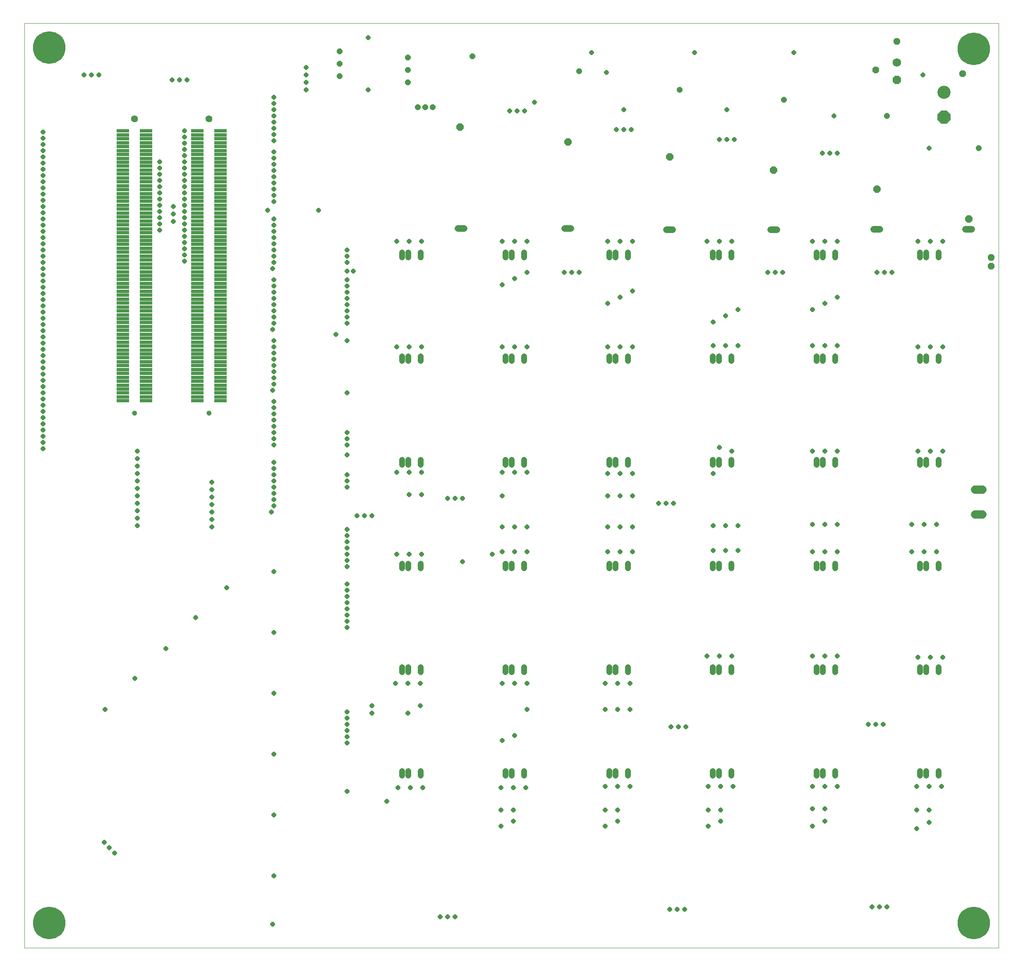
<source format=gbs>
G75*
%MOIN*%
%OFA0B0*%
%FSLAX25Y25*%
%IPPOS*%
%LPD*%
%AMOC8*
5,1,8,0,0,1.08239X$1,22.5*
%
%ADD10C,0.00000*%
%ADD11C,0.05378*%
%ADD12C,0.04528*%
%ADD13C,0.06578*%
%ADD14R,0.10236X0.02677*%
%ADD15C,0.03937*%
%ADD16C,0.05512*%
%ADD17C,0.10591*%
%ADD18OC8,0.10591*%
%ADD19OC8,0.06891*%
%ADD20C,0.06891*%
%ADD21OC8,0.03740*%
%ADD22OC8,0.05709*%
%ADD23OC8,0.05315*%
%ADD24OC8,0.04528*%
%ADD25C,0.26181*%
D10*
X0001800Y0001800D02*
X0001800Y0746548D01*
X0786879Y0746548D01*
X0786879Y0001800D01*
X0001800Y0001800D01*
X0088796Y0432540D02*
X0088798Y0432621D01*
X0088804Y0432703D01*
X0088814Y0432784D01*
X0088828Y0432864D01*
X0088845Y0432943D01*
X0088867Y0433022D01*
X0088892Y0433099D01*
X0088921Y0433176D01*
X0088954Y0433250D01*
X0088991Y0433323D01*
X0089030Y0433394D01*
X0089074Y0433463D01*
X0089120Y0433530D01*
X0089170Y0433594D01*
X0089223Y0433656D01*
X0089279Y0433716D01*
X0089337Y0433772D01*
X0089399Y0433826D01*
X0089463Y0433877D01*
X0089529Y0433924D01*
X0089597Y0433968D01*
X0089668Y0434009D01*
X0089740Y0434046D01*
X0089815Y0434080D01*
X0089890Y0434110D01*
X0089968Y0434136D01*
X0090046Y0434159D01*
X0090125Y0434177D01*
X0090205Y0434192D01*
X0090286Y0434203D01*
X0090367Y0434210D01*
X0090449Y0434213D01*
X0090530Y0434212D01*
X0090611Y0434207D01*
X0090692Y0434198D01*
X0090773Y0434185D01*
X0090853Y0434168D01*
X0090931Y0434148D01*
X0091009Y0434123D01*
X0091086Y0434095D01*
X0091161Y0434063D01*
X0091234Y0434028D01*
X0091305Y0433989D01*
X0091375Y0433946D01*
X0091442Y0433901D01*
X0091508Y0433852D01*
X0091570Y0433800D01*
X0091630Y0433744D01*
X0091687Y0433686D01*
X0091742Y0433626D01*
X0091793Y0433562D01*
X0091841Y0433497D01*
X0091886Y0433429D01*
X0091928Y0433359D01*
X0091966Y0433287D01*
X0092001Y0433213D01*
X0092032Y0433138D01*
X0092059Y0433061D01*
X0092082Y0432983D01*
X0092102Y0432904D01*
X0092118Y0432824D01*
X0092130Y0432743D01*
X0092138Y0432662D01*
X0092142Y0432581D01*
X0092142Y0432499D01*
X0092138Y0432418D01*
X0092130Y0432337D01*
X0092118Y0432256D01*
X0092102Y0432176D01*
X0092082Y0432097D01*
X0092059Y0432019D01*
X0092032Y0431942D01*
X0092001Y0431867D01*
X0091966Y0431793D01*
X0091928Y0431721D01*
X0091886Y0431651D01*
X0091841Y0431583D01*
X0091793Y0431518D01*
X0091742Y0431454D01*
X0091687Y0431394D01*
X0091630Y0431336D01*
X0091570Y0431280D01*
X0091508Y0431228D01*
X0091442Y0431179D01*
X0091375Y0431134D01*
X0091306Y0431091D01*
X0091234Y0431052D01*
X0091161Y0431017D01*
X0091086Y0430985D01*
X0091009Y0430957D01*
X0090931Y0430932D01*
X0090853Y0430912D01*
X0090773Y0430895D01*
X0090692Y0430882D01*
X0090611Y0430873D01*
X0090530Y0430868D01*
X0090449Y0430867D01*
X0090367Y0430870D01*
X0090286Y0430877D01*
X0090205Y0430888D01*
X0090125Y0430903D01*
X0090046Y0430921D01*
X0089968Y0430944D01*
X0089890Y0430970D01*
X0089815Y0431000D01*
X0089740Y0431034D01*
X0089668Y0431071D01*
X0089597Y0431112D01*
X0089529Y0431156D01*
X0089463Y0431203D01*
X0089399Y0431254D01*
X0089337Y0431308D01*
X0089279Y0431364D01*
X0089223Y0431424D01*
X0089170Y0431486D01*
X0089120Y0431550D01*
X0089074Y0431617D01*
X0089030Y0431686D01*
X0088991Y0431757D01*
X0088954Y0431830D01*
X0088921Y0431904D01*
X0088892Y0431981D01*
X0088867Y0432058D01*
X0088845Y0432137D01*
X0088828Y0432216D01*
X0088814Y0432296D01*
X0088804Y0432377D01*
X0088798Y0432459D01*
X0088796Y0432540D01*
X0148796Y0432540D02*
X0148798Y0432621D01*
X0148804Y0432703D01*
X0148814Y0432784D01*
X0148828Y0432864D01*
X0148845Y0432943D01*
X0148867Y0433022D01*
X0148892Y0433099D01*
X0148921Y0433176D01*
X0148954Y0433250D01*
X0148991Y0433323D01*
X0149030Y0433394D01*
X0149074Y0433463D01*
X0149120Y0433530D01*
X0149170Y0433594D01*
X0149223Y0433656D01*
X0149279Y0433716D01*
X0149337Y0433772D01*
X0149399Y0433826D01*
X0149463Y0433877D01*
X0149529Y0433924D01*
X0149597Y0433968D01*
X0149668Y0434009D01*
X0149740Y0434046D01*
X0149815Y0434080D01*
X0149890Y0434110D01*
X0149968Y0434136D01*
X0150046Y0434159D01*
X0150125Y0434177D01*
X0150205Y0434192D01*
X0150286Y0434203D01*
X0150367Y0434210D01*
X0150449Y0434213D01*
X0150530Y0434212D01*
X0150611Y0434207D01*
X0150692Y0434198D01*
X0150773Y0434185D01*
X0150853Y0434168D01*
X0150931Y0434148D01*
X0151009Y0434123D01*
X0151086Y0434095D01*
X0151161Y0434063D01*
X0151234Y0434028D01*
X0151305Y0433989D01*
X0151375Y0433946D01*
X0151442Y0433901D01*
X0151508Y0433852D01*
X0151570Y0433800D01*
X0151630Y0433744D01*
X0151687Y0433686D01*
X0151742Y0433626D01*
X0151793Y0433562D01*
X0151841Y0433497D01*
X0151886Y0433429D01*
X0151928Y0433359D01*
X0151966Y0433287D01*
X0152001Y0433213D01*
X0152032Y0433138D01*
X0152059Y0433061D01*
X0152082Y0432983D01*
X0152102Y0432904D01*
X0152118Y0432824D01*
X0152130Y0432743D01*
X0152138Y0432662D01*
X0152142Y0432581D01*
X0152142Y0432499D01*
X0152138Y0432418D01*
X0152130Y0432337D01*
X0152118Y0432256D01*
X0152102Y0432176D01*
X0152082Y0432097D01*
X0152059Y0432019D01*
X0152032Y0431942D01*
X0152001Y0431867D01*
X0151966Y0431793D01*
X0151928Y0431721D01*
X0151886Y0431651D01*
X0151841Y0431583D01*
X0151793Y0431518D01*
X0151742Y0431454D01*
X0151687Y0431394D01*
X0151630Y0431336D01*
X0151570Y0431280D01*
X0151508Y0431228D01*
X0151442Y0431179D01*
X0151375Y0431134D01*
X0151306Y0431091D01*
X0151234Y0431052D01*
X0151161Y0431017D01*
X0151086Y0430985D01*
X0151009Y0430957D01*
X0150931Y0430932D01*
X0150853Y0430912D01*
X0150773Y0430895D01*
X0150692Y0430882D01*
X0150611Y0430873D01*
X0150530Y0430868D01*
X0150449Y0430867D01*
X0150367Y0430870D01*
X0150286Y0430877D01*
X0150205Y0430888D01*
X0150125Y0430903D01*
X0150046Y0430921D01*
X0149968Y0430944D01*
X0149890Y0430970D01*
X0149815Y0431000D01*
X0149740Y0431034D01*
X0149668Y0431071D01*
X0149597Y0431112D01*
X0149529Y0431156D01*
X0149463Y0431203D01*
X0149399Y0431254D01*
X0149337Y0431308D01*
X0149279Y0431364D01*
X0149223Y0431424D01*
X0149170Y0431486D01*
X0149120Y0431550D01*
X0149074Y0431617D01*
X0149030Y0431686D01*
X0148991Y0431757D01*
X0148954Y0431830D01*
X0148921Y0431904D01*
X0148892Y0431981D01*
X0148867Y0432058D01*
X0148845Y0432137D01*
X0148828Y0432216D01*
X0148814Y0432296D01*
X0148804Y0432377D01*
X0148798Y0432459D01*
X0148796Y0432540D01*
X0148008Y0669548D02*
X0148010Y0669647D01*
X0148016Y0669746D01*
X0148026Y0669845D01*
X0148040Y0669943D01*
X0148058Y0670040D01*
X0148080Y0670137D01*
X0148105Y0670233D01*
X0148135Y0670327D01*
X0148168Y0670421D01*
X0148205Y0670513D01*
X0148246Y0670603D01*
X0148290Y0670692D01*
X0148338Y0670778D01*
X0148389Y0670863D01*
X0148444Y0670946D01*
X0148502Y0671026D01*
X0148563Y0671104D01*
X0148627Y0671180D01*
X0148694Y0671253D01*
X0148764Y0671323D01*
X0148837Y0671390D01*
X0148913Y0671454D01*
X0148991Y0671515D01*
X0149071Y0671573D01*
X0149154Y0671628D01*
X0149238Y0671679D01*
X0149325Y0671727D01*
X0149414Y0671771D01*
X0149504Y0671812D01*
X0149596Y0671849D01*
X0149690Y0671882D01*
X0149784Y0671912D01*
X0149880Y0671937D01*
X0149977Y0671959D01*
X0150074Y0671977D01*
X0150172Y0671991D01*
X0150271Y0672001D01*
X0150370Y0672007D01*
X0150469Y0672009D01*
X0150568Y0672007D01*
X0150667Y0672001D01*
X0150766Y0671991D01*
X0150864Y0671977D01*
X0150961Y0671959D01*
X0151058Y0671937D01*
X0151154Y0671912D01*
X0151248Y0671882D01*
X0151342Y0671849D01*
X0151434Y0671812D01*
X0151524Y0671771D01*
X0151613Y0671727D01*
X0151699Y0671679D01*
X0151784Y0671628D01*
X0151867Y0671573D01*
X0151947Y0671515D01*
X0152025Y0671454D01*
X0152101Y0671390D01*
X0152174Y0671323D01*
X0152244Y0671253D01*
X0152311Y0671180D01*
X0152375Y0671104D01*
X0152436Y0671026D01*
X0152494Y0670946D01*
X0152549Y0670863D01*
X0152600Y0670779D01*
X0152648Y0670692D01*
X0152692Y0670603D01*
X0152733Y0670513D01*
X0152770Y0670421D01*
X0152803Y0670327D01*
X0152833Y0670233D01*
X0152858Y0670137D01*
X0152880Y0670040D01*
X0152898Y0669943D01*
X0152912Y0669845D01*
X0152922Y0669746D01*
X0152928Y0669647D01*
X0152930Y0669548D01*
X0152928Y0669449D01*
X0152922Y0669350D01*
X0152912Y0669251D01*
X0152898Y0669153D01*
X0152880Y0669056D01*
X0152858Y0668959D01*
X0152833Y0668863D01*
X0152803Y0668769D01*
X0152770Y0668675D01*
X0152733Y0668583D01*
X0152692Y0668493D01*
X0152648Y0668404D01*
X0152600Y0668318D01*
X0152549Y0668233D01*
X0152494Y0668150D01*
X0152436Y0668070D01*
X0152375Y0667992D01*
X0152311Y0667916D01*
X0152244Y0667843D01*
X0152174Y0667773D01*
X0152101Y0667706D01*
X0152025Y0667642D01*
X0151947Y0667581D01*
X0151867Y0667523D01*
X0151784Y0667468D01*
X0151700Y0667417D01*
X0151613Y0667369D01*
X0151524Y0667325D01*
X0151434Y0667284D01*
X0151342Y0667247D01*
X0151248Y0667214D01*
X0151154Y0667184D01*
X0151058Y0667159D01*
X0150961Y0667137D01*
X0150864Y0667119D01*
X0150766Y0667105D01*
X0150667Y0667095D01*
X0150568Y0667089D01*
X0150469Y0667087D01*
X0150370Y0667089D01*
X0150271Y0667095D01*
X0150172Y0667105D01*
X0150074Y0667119D01*
X0149977Y0667137D01*
X0149880Y0667159D01*
X0149784Y0667184D01*
X0149690Y0667214D01*
X0149596Y0667247D01*
X0149504Y0667284D01*
X0149414Y0667325D01*
X0149325Y0667369D01*
X0149239Y0667417D01*
X0149154Y0667468D01*
X0149071Y0667523D01*
X0148991Y0667581D01*
X0148913Y0667642D01*
X0148837Y0667706D01*
X0148764Y0667773D01*
X0148694Y0667843D01*
X0148627Y0667916D01*
X0148563Y0667992D01*
X0148502Y0668070D01*
X0148444Y0668150D01*
X0148389Y0668233D01*
X0148338Y0668317D01*
X0148290Y0668404D01*
X0148246Y0668493D01*
X0148205Y0668583D01*
X0148168Y0668675D01*
X0148135Y0668769D01*
X0148105Y0668863D01*
X0148080Y0668959D01*
X0148058Y0669056D01*
X0148040Y0669153D01*
X0148026Y0669251D01*
X0148016Y0669350D01*
X0148010Y0669449D01*
X0148008Y0669548D01*
X0088008Y0669548D02*
X0088010Y0669647D01*
X0088016Y0669746D01*
X0088026Y0669845D01*
X0088040Y0669943D01*
X0088058Y0670040D01*
X0088080Y0670137D01*
X0088105Y0670233D01*
X0088135Y0670327D01*
X0088168Y0670421D01*
X0088205Y0670513D01*
X0088246Y0670603D01*
X0088290Y0670692D01*
X0088338Y0670778D01*
X0088389Y0670863D01*
X0088444Y0670946D01*
X0088502Y0671026D01*
X0088563Y0671104D01*
X0088627Y0671180D01*
X0088694Y0671253D01*
X0088764Y0671323D01*
X0088837Y0671390D01*
X0088913Y0671454D01*
X0088991Y0671515D01*
X0089071Y0671573D01*
X0089154Y0671628D01*
X0089238Y0671679D01*
X0089325Y0671727D01*
X0089414Y0671771D01*
X0089504Y0671812D01*
X0089596Y0671849D01*
X0089690Y0671882D01*
X0089784Y0671912D01*
X0089880Y0671937D01*
X0089977Y0671959D01*
X0090074Y0671977D01*
X0090172Y0671991D01*
X0090271Y0672001D01*
X0090370Y0672007D01*
X0090469Y0672009D01*
X0090568Y0672007D01*
X0090667Y0672001D01*
X0090766Y0671991D01*
X0090864Y0671977D01*
X0090961Y0671959D01*
X0091058Y0671937D01*
X0091154Y0671912D01*
X0091248Y0671882D01*
X0091342Y0671849D01*
X0091434Y0671812D01*
X0091524Y0671771D01*
X0091613Y0671727D01*
X0091699Y0671679D01*
X0091784Y0671628D01*
X0091867Y0671573D01*
X0091947Y0671515D01*
X0092025Y0671454D01*
X0092101Y0671390D01*
X0092174Y0671323D01*
X0092244Y0671253D01*
X0092311Y0671180D01*
X0092375Y0671104D01*
X0092436Y0671026D01*
X0092494Y0670946D01*
X0092549Y0670863D01*
X0092600Y0670779D01*
X0092648Y0670692D01*
X0092692Y0670603D01*
X0092733Y0670513D01*
X0092770Y0670421D01*
X0092803Y0670327D01*
X0092833Y0670233D01*
X0092858Y0670137D01*
X0092880Y0670040D01*
X0092898Y0669943D01*
X0092912Y0669845D01*
X0092922Y0669746D01*
X0092928Y0669647D01*
X0092930Y0669548D01*
X0092928Y0669449D01*
X0092922Y0669350D01*
X0092912Y0669251D01*
X0092898Y0669153D01*
X0092880Y0669056D01*
X0092858Y0668959D01*
X0092833Y0668863D01*
X0092803Y0668769D01*
X0092770Y0668675D01*
X0092733Y0668583D01*
X0092692Y0668493D01*
X0092648Y0668404D01*
X0092600Y0668318D01*
X0092549Y0668233D01*
X0092494Y0668150D01*
X0092436Y0668070D01*
X0092375Y0667992D01*
X0092311Y0667916D01*
X0092244Y0667843D01*
X0092174Y0667773D01*
X0092101Y0667706D01*
X0092025Y0667642D01*
X0091947Y0667581D01*
X0091867Y0667523D01*
X0091784Y0667468D01*
X0091700Y0667417D01*
X0091613Y0667369D01*
X0091524Y0667325D01*
X0091434Y0667284D01*
X0091342Y0667247D01*
X0091248Y0667214D01*
X0091154Y0667184D01*
X0091058Y0667159D01*
X0090961Y0667137D01*
X0090864Y0667119D01*
X0090766Y0667105D01*
X0090667Y0667095D01*
X0090568Y0667089D01*
X0090469Y0667087D01*
X0090370Y0667089D01*
X0090271Y0667095D01*
X0090172Y0667105D01*
X0090074Y0667119D01*
X0089977Y0667137D01*
X0089880Y0667159D01*
X0089784Y0667184D01*
X0089690Y0667214D01*
X0089596Y0667247D01*
X0089504Y0667284D01*
X0089414Y0667325D01*
X0089325Y0667369D01*
X0089239Y0667417D01*
X0089154Y0667468D01*
X0089071Y0667523D01*
X0088991Y0667581D01*
X0088913Y0667642D01*
X0088837Y0667706D01*
X0088764Y0667773D01*
X0088694Y0667843D01*
X0088627Y0667916D01*
X0088563Y0667992D01*
X0088502Y0668070D01*
X0088444Y0668150D01*
X0088389Y0668233D01*
X0088338Y0668317D01*
X0088290Y0668404D01*
X0088246Y0668493D01*
X0088205Y0668583D01*
X0088168Y0668675D01*
X0088135Y0668769D01*
X0088105Y0668863D01*
X0088080Y0668959D01*
X0088058Y0669056D01*
X0088040Y0669153D01*
X0088026Y0669251D01*
X0088016Y0669350D01*
X0088010Y0669449D01*
X0088008Y0669548D01*
D11*
X0351249Y0581115D02*
X0356036Y0581115D01*
X0437249Y0581115D02*
X0442036Y0581115D01*
X0519249Y0580115D02*
X0524036Y0580115D01*
X0603249Y0580115D02*
X0608036Y0580115D01*
X0686241Y0580414D02*
X0691028Y0580414D01*
X0760241Y0580414D02*
X0765028Y0580414D01*
D12*
X0738599Y0561824D02*
X0738599Y0557887D01*
X0728599Y0557887D02*
X0728599Y0561824D01*
X0723599Y0561824D02*
X0723599Y0557887D01*
X0655095Y0557887D02*
X0655095Y0561824D01*
X0645095Y0561824D02*
X0645095Y0557887D01*
X0640095Y0557887D02*
X0640095Y0561824D01*
X0571591Y0561824D02*
X0571591Y0557887D01*
X0561591Y0557887D02*
X0561591Y0561824D01*
X0556591Y0561824D02*
X0556591Y0557887D01*
X0488087Y0557887D02*
X0488087Y0561824D01*
X0478087Y0561824D02*
X0478087Y0557887D01*
X0473087Y0557887D02*
X0473087Y0561824D01*
X0404583Y0561824D02*
X0404583Y0557887D01*
X0394583Y0557887D02*
X0394583Y0561824D01*
X0389583Y0561824D02*
X0389583Y0557887D01*
X0321080Y0557887D02*
X0321080Y0561824D01*
X0311080Y0561824D02*
X0311080Y0557887D01*
X0306080Y0557887D02*
X0306080Y0561824D01*
X0306080Y0478320D02*
X0306080Y0474383D01*
X0311080Y0474383D02*
X0311080Y0478320D01*
X0321080Y0478320D02*
X0321080Y0474383D01*
X0389583Y0474383D02*
X0389583Y0478320D01*
X0394583Y0478320D02*
X0394583Y0474383D01*
X0404583Y0474383D02*
X0404583Y0478320D01*
X0473087Y0478320D02*
X0473087Y0474383D01*
X0478087Y0474383D02*
X0478087Y0478320D01*
X0488087Y0478320D02*
X0488087Y0474383D01*
X0556591Y0474383D02*
X0556591Y0478320D01*
X0561591Y0478320D02*
X0561591Y0474383D01*
X0571591Y0474383D02*
X0571591Y0478320D01*
X0640095Y0478320D02*
X0640095Y0474383D01*
X0645095Y0474383D02*
X0645095Y0478320D01*
X0655095Y0478320D02*
X0655095Y0474383D01*
X0723599Y0474383D02*
X0723599Y0478320D01*
X0728599Y0478320D02*
X0728599Y0474383D01*
X0738599Y0474383D02*
X0738599Y0478320D01*
X0738599Y0394816D02*
X0738599Y0390879D01*
X0728599Y0390879D02*
X0728599Y0394816D01*
X0723599Y0394816D02*
X0723599Y0390879D01*
X0655095Y0390879D02*
X0655095Y0394816D01*
X0645095Y0394816D02*
X0645095Y0390879D01*
X0640095Y0390879D02*
X0640095Y0394816D01*
X0571591Y0394816D02*
X0571591Y0390879D01*
X0561591Y0390879D02*
X0561591Y0394816D01*
X0556591Y0394816D02*
X0556591Y0390879D01*
X0488087Y0390879D02*
X0488087Y0394816D01*
X0478087Y0394816D02*
X0478087Y0390879D01*
X0473087Y0390879D02*
X0473087Y0394816D01*
X0404583Y0394816D02*
X0404583Y0390879D01*
X0394583Y0390879D02*
X0394583Y0394816D01*
X0389583Y0394816D02*
X0389583Y0390879D01*
X0321080Y0390879D02*
X0321080Y0394816D01*
X0311080Y0394816D02*
X0311080Y0390879D01*
X0306080Y0390879D02*
X0306080Y0394816D01*
X0306080Y0311312D02*
X0306080Y0307375D01*
X0311080Y0307375D02*
X0311080Y0311312D01*
X0321080Y0311312D02*
X0321080Y0307375D01*
X0389583Y0307375D02*
X0389583Y0311312D01*
X0394583Y0311312D02*
X0394583Y0307375D01*
X0404583Y0307375D02*
X0404583Y0311312D01*
X0473087Y0311312D02*
X0473087Y0307375D01*
X0478087Y0307375D02*
X0478087Y0311312D01*
X0488087Y0311312D02*
X0488087Y0307375D01*
X0556591Y0307375D02*
X0556591Y0311312D01*
X0561591Y0311312D02*
X0561591Y0307375D01*
X0571591Y0307375D02*
X0571591Y0311312D01*
X0640095Y0311312D02*
X0640095Y0307375D01*
X0645095Y0307375D02*
X0645095Y0311312D01*
X0655095Y0311312D02*
X0655095Y0307375D01*
X0723599Y0307375D02*
X0723599Y0311312D01*
X0728599Y0311312D02*
X0728599Y0307375D01*
X0738599Y0307375D02*
X0738599Y0311312D01*
X0738599Y0227808D02*
X0738599Y0223871D01*
X0728599Y0223871D02*
X0728599Y0227808D01*
X0723599Y0227808D02*
X0723599Y0223871D01*
X0655095Y0223871D02*
X0655095Y0227808D01*
X0645095Y0227808D02*
X0645095Y0223871D01*
X0640095Y0223871D02*
X0640095Y0227808D01*
X0571591Y0227808D02*
X0571591Y0223871D01*
X0561591Y0223871D02*
X0561591Y0227808D01*
X0556591Y0227808D02*
X0556591Y0223871D01*
X0488087Y0223871D02*
X0488087Y0227808D01*
X0478087Y0227808D02*
X0478087Y0223871D01*
X0473087Y0223871D02*
X0473087Y0227808D01*
X0404583Y0227808D02*
X0404583Y0223871D01*
X0394583Y0223871D02*
X0394583Y0227808D01*
X0389583Y0227808D02*
X0389583Y0223871D01*
X0321080Y0223871D02*
X0321080Y0227808D01*
X0311080Y0227808D02*
X0311080Y0223871D01*
X0306080Y0223871D02*
X0306080Y0227808D01*
X0306080Y0144304D02*
X0306080Y0140367D01*
X0311080Y0140367D02*
X0311080Y0144304D01*
X0321080Y0144304D02*
X0321080Y0140367D01*
X0389583Y0140367D02*
X0389583Y0144304D01*
X0394583Y0144304D02*
X0394583Y0140367D01*
X0404583Y0140367D02*
X0404583Y0144304D01*
X0473087Y0144304D02*
X0473087Y0140367D01*
X0478087Y0140367D02*
X0478087Y0144304D01*
X0488087Y0144304D02*
X0488087Y0140367D01*
X0556591Y0140367D02*
X0556591Y0144304D01*
X0561591Y0144304D02*
X0561591Y0140367D01*
X0571591Y0140367D02*
X0571591Y0144304D01*
X0640095Y0144304D02*
X0640095Y0140367D01*
X0645095Y0140367D02*
X0645095Y0144304D01*
X0655095Y0144304D02*
X0655095Y0140367D01*
X0723599Y0140367D02*
X0723599Y0144304D01*
X0728599Y0144304D02*
X0728599Y0140367D01*
X0738599Y0140367D02*
X0738599Y0144304D01*
D13*
X0767806Y0350900D02*
X0773794Y0350900D01*
X0773794Y0370700D02*
X0767806Y0370700D01*
D14*
X0159918Y0442383D03*
X0159918Y0445532D03*
X0159918Y0448682D03*
X0159918Y0451831D03*
X0159918Y0454981D03*
X0159918Y0458131D03*
X0159918Y0461280D03*
X0159918Y0464430D03*
X0159918Y0467580D03*
X0159918Y0470729D03*
X0159918Y0473879D03*
X0159918Y0477028D03*
X0159918Y0480178D03*
X0159918Y0483328D03*
X0159918Y0486477D03*
X0159918Y0489627D03*
X0159918Y0492776D03*
X0159918Y0495926D03*
X0159918Y0499076D03*
X0159918Y0502225D03*
X0159918Y0505375D03*
X0159918Y0508524D03*
X0159918Y0511674D03*
X0159918Y0514824D03*
X0159918Y0517973D03*
X0159918Y0521123D03*
X0159918Y0524272D03*
X0159918Y0527422D03*
X0159918Y0530572D03*
X0159918Y0533721D03*
X0159918Y0536871D03*
X0159918Y0540020D03*
X0159918Y0543170D03*
X0159918Y0546320D03*
X0159918Y0549469D03*
X0159918Y0552619D03*
X0159918Y0555769D03*
X0159918Y0558918D03*
X0159918Y0562068D03*
X0159918Y0565217D03*
X0159918Y0568367D03*
X0159918Y0571517D03*
X0159918Y0574666D03*
X0159918Y0577816D03*
X0159918Y0580965D03*
X0159918Y0584115D03*
X0159918Y0587265D03*
X0159918Y0590414D03*
X0159918Y0593564D03*
X0159918Y0596713D03*
X0159918Y0599863D03*
X0159918Y0603013D03*
X0159918Y0606162D03*
X0159918Y0609312D03*
X0159918Y0612461D03*
X0159918Y0615611D03*
X0159918Y0618761D03*
X0159918Y0621910D03*
X0159918Y0625060D03*
X0159918Y0628209D03*
X0159918Y0631359D03*
X0159918Y0634509D03*
X0159918Y0637658D03*
X0159918Y0640808D03*
X0159918Y0643957D03*
X0159918Y0647107D03*
X0159918Y0650257D03*
X0159918Y0653406D03*
X0159918Y0656556D03*
X0159918Y0659706D03*
X0141020Y0659706D03*
X0141020Y0656556D03*
X0141020Y0653406D03*
X0141020Y0650257D03*
X0141020Y0647107D03*
X0141020Y0643957D03*
X0141020Y0640808D03*
X0141020Y0637658D03*
X0141020Y0634509D03*
X0141020Y0631359D03*
X0141020Y0628209D03*
X0141020Y0625060D03*
X0141020Y0621910D03*
X0141020Y0618761D03*
X0141020Y0615611D03*
X0141020Y0612461D03*
X0141020Y0609312D03*
X0141020Y0606162D03*
X0141020Y0603013D03*
X0141020Y0599863D03*
X0141020Y0596713D03*
X0141020Y0593564D03*
X0141020Y0590414D03*
X0141020Y0587265D03*
X0141020Y0584115D03*
X0141020Y0580965D03*
X0141020Y0577816D03*
X0141020Y0574666D03*
X0141020Y0571517D03*
X0141020Y0568367D03*
X0141020Y0565217D03*
X0141020Y0562068D03*
X0141020Y0558918D03*
X0141020Y0555769D03*
X0141020Y0552619D03*
X0141020Y0549469D03*
X0141020Y0546320D03*
X0141020Y0543170D03*
X0141020Y0540020D03*
X0141020Y0536871D03*
X0141020Y0533721D03*
X0141020Y0530572D03*
X0141020Y0527422D03*
X0141020Y0524272D03*
X0141020Y0521123D03*
X0141020Y0517973D03*
X0141020Y0514824D03*
X0141020Y0511674D03*
X0141020Y0508524D03*
X0141020Y0505375D03*
X0141020Y0502225D03*
X0141020Y0499076D03*
X0141020Y0495926D03*
X0141020Y0492776D03*
X0141020Y0489627D03*
X0141020Y0486477D03*
X0141020Y0483328D03*
X0141020Y0480178D03*
X0141020Y0477028D03*
X0141020Y0473879D03*
X0141020Y0470729D03*
X0141020Y0467580D03*
X0141020Y0464430D03*
X0141020Y0461280D03*
X0141020Y0458131D03*
X0141020Y0454981D03*
X0141020Y0451831D03*
X0141020Y0448682D03*
X0141020Y0445532D03*
X0141020Y0442383D03*
X0099918Y0442383D03*
X0099918Y0445532D03*
X0099918Y0448682D03*
X0099918Y0451831D03*
X0099918Y0454981D03*
X0099918Y0458131D03*
X0099918Y0461280D03*
X0099918Y0464430D03*
X0099918Y0467580D03*
X0099918Y0470729D03*
X0099918Y0473879D03*
X0099918Y0477028D03*
X0099918Y0480178D03*
X0099918Y0483328D03*
X0099918Y0486477D03*
X0099918Y0489627D03*
X0099918Y0492776D03*
X0099918Y0495926D03*
X0099918Y0499076D03*
X0099918Y0502225D03*
X0099918Y0505375D03*
X0099918Y0508524D03*
X0099918Y0511674D03*
X0099918Y0514824D03*
X0099918Y0517973D03*
X0099918Y0521123D03*
X0099918Y0524272D03*
X0099918Y0527422D03*
X0099918Y0530572D03*
X0099918Y0533721D03*
X0099918Y0536871D03*
X0099918Y0540020D03*
X0099918Y0543170D03*
X0099918Y0546320D03*
X0099918Y0549469D03*
X0099918Y0552619D03*
X0099918Y0555769D03*
X0099918Y0558918D03*
X0099918Y0562068D03*
X0099918Y0565217D03*
X0099918Y0568367D03*
X0099918Y0571517D03*
X0099918Y0574666D03*
X0099918Y0577816D03*
X0099918Y0580965D03*
X0099918Y0584115D03*
X0099918Y0587265D03*
X0099918Y0590414D03*
X0099918Y0593564D03*
X0099918Y0596713D03*
X0099918Y0599863D03*
X0099918Y0603013D03*
X0099918Y0606162D03*
X0099918Y0609312D03*
X0099918Y0612461D03*
X0099918Y0615611D03*
X0099918Y0618761D03*
X0099918Y0621910D03*
X0099918Y0625060D03*
X0099918Y0628209D03*
X0099918Y0631359D03*
X0099918Y0634509D03*
X0099918Y0637658D03*
X0099918Y0640808D03*
X0099918Y0643957D03*
X0099918Y0647107D03*
X0099918Y0650257D03*
X0099918Y0653406D03*
X0099918Y0656556D03*
X0099918Y0659706D03*
X0081020Y0659706D03*
X0081020Y0656556D03*
X0081020Y0653406D03*
X0081020Y0650257D03*
X0081020Y0647107D03*
X0081020Y0643957D03*
X0081020Y0640808D03*
X0081020Y0637658D03*
X0081020Y0634509D03*
X0081020Y0631359D03*
X0081020Y0628209D03*
X0081020Y0625060D03*
X0081020Y0621910D03*
X0081020Y0618761D03*
X0081020Y0615611D03*
X0081020Y0612461D03*
X0081020Y0609312D03*
X0081020Y0606162D03*
X0081020Y0603013D03*
X0081020Y0599863D03*
X0081020Y0596713D03*
X0081020Y0593564D03*
X0081020Y0590414D03*
X0081020Y0587265D03*
X0081020Y0584115D03*
X0081020Y0580965D03*
X0081020Y0577816D03*
X0081020Y0574666D03*
X0081020Y0571517D03*
X0081020Y0568367D03*
X0081020Y0565217D03*
X0081020Y0562068D03*
X0081020Y0558918D03*
X0081020Y0555769D03*
X0081020Y0552619D03*
X0081020Y0549469D03*
X0081020Y0546320D03*
X0081020Y0543170D03*
X0081020Y0540020D03*
X0081020Y0536871D03*
X0081020Y0533721D03*
X0081020Y0530572D03*
X0081020Y0527422D03*
X0081020Y0524272D03*
X0081020Y0521123D03*
X0081020Y0517973D03*
X0081020Y0514824D03*
X0081020Y0511674D03*
X0081020Y0508524D03*
X0081020Y0505375D03*
X0081020Y0502225D03*
X0081020Y0499076D03*
X0081020Y0495926D03*
X0081020Y0492776D03*
X0081020Y0489627D03*
X0081020Y0486477D03*
X0081020Y0483328D03*
X0081020Y0480178D03*
X0081020Y0477028D03*
X0081020Y0473879D03*
X0081020Y0470729D03*
X0081020Y0467580D03*
X0081020Y0464430D03*
X0081020Y0461280D03*
X0081020Y0458131D03*
X0081020Y0454981D03*
X0081020Y0451831D03*
X0081020Y0448682D03*
X0081020Y0445532D03*
X0081020Y0442383D03*
D15*
X0090469Y0432540D03*
X0150469Y0432540D03*
D16*
X0150469Y0669548D03*
X0090469Y0669548D03*
D17*
X0742800Y0690800D03*
D18*
X0742800Y0670800D03*
D19*
X0704800Y0700800D03*
D20*
X0704800Y0714800D03*
D21*
X0725800Y0704800D03*
X0730800Y0645800D03*
X0656800Y0641800D03*
X0650800Y0641800D03*
X0644800Y0641800D03*
X0654300Y0671800D03*
X0621800Y0722800D03*
X0567800Y0676800D03*
X0567800Y0652800D03*
X0573800Y0652800D03*
X0561800Y0652800D03*
X0490800Y0660800D03*
X0484800Y0660800D03*
X0478800Y0660800D03*
X0484800Y0676800D03*
X0470800Y0706800D03*
X0458800Y0722800D03*
X0412800Y0682800D03*
X0404800Y0675800D03*
X0398800Y0675800D03*
X0392800Y0675800D03*
X0396800Y0570800D03*
X0386800Y0570800D03*
X0406800Y0570800D03*
X0406800Y0545800D03*
X0396800Y0540800D03*
X0386800Y0535800D03*
X0386800Y0485800D03*
X0396800Y0485800D03*
X0406800Y0485800D03*
X0471800Y0485800D03*
X0481800Y0485800D03*
X0491800Y0485800D03*
X0471800Y0520800D03*
X0481800Y0525800D03*
X0491800Y0530800D03*
X0491800Y0570800D03*
X0481800Y0570800D03*
X0471800Y0570800D03*
X0448800Y0545800D03*
X0442800Y0545800D03*
X0436800Y0545800D03*
X0551800Y0570800D03*
X0561800Y0570800D03*
X0571800Y0570800D03*
X0600800Y0545800D03*
X0606800Y0545800D03*
X0612800Y0545800D03*
X0636800Y0570800D03*
X0646800Y0570800D03*
X0656800Y0570800D03*
X0688800Y0545800D03*
X0694800Y0545800D03*
X0700800Y0545800D03*
X0721800Y0570800D03*
X0731800Y0570800D03*
X0741800Y0570800D03*
X0741800Y0485800D03*
X0731800Y0485800D03*
X0721800Y0485800D03*
X0656800Y0486800D03*
X0646800Y0486800D03*
X0636800Y0486800D03*
X0636800Y0515800D03*
X0646800Y0520800D03*
X0656800Y0525800D03*
X0576800Y0515800D03*
X0566800Y0510800D03*
X0556800Y0505800D03*
X0556800Y0486800D03*
X0566800Y0486800D03*
X0576800Y0486800D03*
X0561800Y0404800D03*
X0571800Y0401800D03*
X0556800Y0383800D03*
X0524800Y0359800D03*
X0518800Y0359800D03*
X0512800Y0359800D03*
X0491800Y0365800D03*
X0481800Y0365800D03*
X0471800Y0365800D03*
X0471800Y0383800D03*
X0481800Y0383800D03*
X0491800Y0383800D03*
X0491800Y0340800D03*
X0481800Y0340800D03*
X0471800Y0340800D03*
X0471800Y0320800D03*
X0481800Y0320800D03*
X0491800Y0320800D03*
X0556800Y0321800D03*
X0566800Y0321800D03*
X0576800Y0321800D03*
X0576800Y0341800D03*
X0566800Y0341800D03*
X0556800Y0341800D03*
X0636800Y0342800D03*
X0646800Y0342800D03*
X0656800Y0342800D03*
X0656800Y0320800D03*
X0646800Y0320800D03*
X0636800Y0320800D03*
X0716800Y0320800D03*
X0726800Y0320800D03*
X0736800Y0320800D03*
X0736800Y0342800D03*
X0726800Y0342800D03*
X0716800Y0342800D03*
X0721800Y0401800D03*
X0731800Y0401800D03*
X0741800Y0401800D03*
X0656800Y0401800D03*
X0646800Y0401800D03*
X0636800Y0401800D03*
X0636800Y0236800D03*
X0646800Y0236800D03*
X0656800Y0236800D03*
X0681800Y0181800D03*
X0687800Y0181800D03*
X0693800Y0181800D03*
X0720800Y0131800D03*
X0730800Y0131800D03*
X0740800Y0131800D03*
X0730800Y0112800D03*
X0730800Y0102800D03*
X0720800Y0097800D03*
X0720800Y0112800D03*
X0656800Y0131800D03*
X0646800Y0131800D03*
X0636800Y0131800D03*
X0636800Y0113800D03*
X0646800Y0113800D03*
X0646800Y0103800D03*
X0636800Y0099800D03*
X0572800Y0131800D03*
X0562800Y0131800D03*
X0552800Y0131800D03*
X0552800Y0112800D03*
X0562800Y0112800D03*
X0562800Y0103800D03*
X0552800Y0099800D03*
X0489800Y0131800D03*
X0479800Y0131800D03*
X0469800Y0131800D03*
X0469800Y0112800D03*
X0479800Y0112800D03*
X0479800Y0103800D03*
X0469800Y0099800D03*
X0405800Y0130800D03*
X0395800Y0130800D03*
X0385800Y0130800D03*
X0385800Y0112800D03*
X0385800Y0099800D03*
X0395800Y0103800D03*
X0395800Y0112800D03*
X0386800Y0168800D03*
X0396800Y0172800D03*
X0406800Y0193800D03*
X0406800Y0214800D03*
X0396800Y0214800D03*
X0386800Y0214800D03*
X0320800Y0214800D03*
X0310800Y0214800D03*
X0300800Y0214800D03*
X0310800Y0190800D03*
X0320800Y0196800D03*
X0281800Y0196800D03*
X0281800Y0190800D03*
X0261800Y0191800D03*
X0261800Y0186800D03*
X0261800Y0181800D03*
X0261800Y0176800D03*
X0261800Y0171800D03*
X0261800Y0166800D03*
X0302800Y0130800D03*
X0312800Y0130800D03*
X0322800Y0130800D03*
X0293800Y0119800D03*
X0261800Y0127800D03*
X0202800Y0108800D03*
X0202800Y0157800D03*
X0202800Y0206800D03*
X0202800Y0255800D03*
X0164800Y0291800D03*
X0139800Y0267800D03*
X0115800Y0242800D03*
X0090800Y0218800D03*
X0066800Y0193800D03*
X0066022Y0086750D03*
X0070264Y0082507D03*
X0074507Y0078264D03*
X0202800Y0059800D03*
X0201800Y0020800D03*
X0336800Y0026800D03*
X0342800Y0026800D03*
X0348800Y0026800D03*
X0521800Y0032800D03*
X0527800Y0032800D03*
X0533800Y0032800D03*
X0534800Y0179800D03*
X0528800Y0179800D03*
X0522800Y0179800D03*
X0489800Y0193800D03*
X0479800Y0193800D03*
X0469800Y0193800D03*
X0469800Y0214800D03*
X0479800Y0214800D03*
X0489800Y0214800D03*
X0551800Y0236800D03*
X0561800Y0236800D03*
X0571800Y0236800D03*
X0721800Y0235800D03*
X0731800Y0235800D03*
X0741800Y0235800D03*
X0696800Y0034800D03*
X0690800Y0034800D03*
X0684800Y0034800D03*
X0406800Y0320800D03*
X0396800Y0320800D03*
X0386800Y0320800D03*
X0378800Y0318800D03*
X0386800Y0340800D03*
X0396800Y0340800D03*
X0406800Y0340800D03*
X0386800Y0365800D03*
X0386800Y0384800D03*
X0396800Y0384800D03*
X0406800Y0384800D03*
X0354800Y0363800D03*
X0348800Y0363800D03*
X0342800Y0363800D03*
X0321800Y0366800D03*
X0311800Y0366800D03*
X0311800Y0384800D03*
X0301800Y0384800D03*
X0321800Y0384800D03*
X0281800Y0349800D03*
X0275800Y0349800D03*
X0269800Y0349800D03*
X0261800Y0338800D03*
X0261800Y0333800D03*
X0261800Y0328800D03*
X0261800Y0323800D03*
X0261800Y0318800D03*
X0261800Y0313800D03*
X0261800Y0308800D03*
X0261800Y0294800D03*
X0261800Y0289800D03*
X0261800Y0284800D03*
X0261800Y0279800D03*
X0261800Y0274800D03*
X0261800Y0269800D03*
X0261800Y0264800D03*
X0261800Y0259800D03*
X0301800Y0318800D03*
X0311800Y0318800D03*
X0321800Y0318800D03*
X0354800Y0312800D03*
X0261800Y0372800D03*
X0261800Y0377800D03*
X0261800Y0382800D03*
X0261800Y0398800D03*
X0261800Y0406800D03*
X0261800Y0411800D03*
X0261800Y0416800D03*
X0261800Y0448800D03*
X0261800Y0490800D03*
X0252800Y0495800D03*
X0261800Y0504800D03*
X0261800Y0509800D03*
X0261800Y0514800D03*
X0261800Y0519800D03*
X0261800Y0524800D03*
X0261800Y0529800D03*
X0261800Y0534800D03*
X0261800Y0539800D03*
X0261800Y0546800D03*
X0266800Y0546800D03*
X0261800Y0553800D03*
X0261800Y0558800D03*
X0261800Y0563800D03*
X0238800Y0595800D03*
X0202800Y0588800D03*
X0202800Y0583800D03*
X0202800Y0578800D03*
X0202800Y0573800D03*
X0202800Y0568800D03*
X0202800Y0563800D03*
X0202800Y0558800D03*
X0202800Y0553800D03*
X0201800Y0548800D03*
X0202800Y0539800D03*
X0202800Y0534800D03*
X0202800Y0529800D03*
X0202800Y0524800D03*
X0202800Y0519800D03*
X0202800Y0514800D03*
X0202800Y0509800D03*
X0202800Y0504800D03*
X0201800Y0499800D03*
X0202800Y0490800D03*
X0202800Y0485800D03*
X0202800Y0480800D03*
X0202800Y0475800D03*
X0202800Y0470800D03*
X0202800Y0465800D03*
X0202800Y0460800D03*
X0202800Y0455800D03*
X0201800Y0450800D03*
X0202800Y0441800D03*
X0202800Y0436800D03*
X0202800Y0431800D03*
X0202800Y0426800D03*
X0202800Y0421800D03*
X0202800Y0416800D03*
X0202800Y0411800D03*
X0202800Y0406800D03*
X0202800Y0392800D03*
X0202800Y0387800D03*
X0202800Y0382800D03*
X0202800Y0377800D03*
X0202800Y0372800D03*
X0202800Y0367800D03*
X0202800Y0362800D03*
X0202800Y0357800D03*
X0200800Y0352800D03*
X0152800Y0352800D03*
X0152800Y0346800D03*
X0152800Y0340800D03*
X0152800Y0358800D03*
X0152800Y0364800D03*
X0152800Y0370800D03*
X0152800Y0376800D03*
X0092800Y0377800D03*
X0092800Y0371800D03*
X0092800Y0365800D03*
X0092800Y0359800D03*
X0092800Y0353800D03*
X0092800Y0347800D03*
X0092800Y0341800D03*
X0092800Y0383800D03*
X0092800Y0389800D03*
X0092800Y0395800D03*
X0092800Y0401800D03*
X0016800Y0403800D03*
X0016800Y0408800D03*
X0016800Y0413800D03*
X0016800Y0418800D03*
X0016800Y0423800D03*
X0016800Y0428800D03*
X0016800Y0433800D03*
X0016800Y0438800D03*
X0016800Y0443800D03*
X0016800Y0448800D03*
X0016800Y0453800D03*
X0016800Y0458800D03*
X0016800Y0463800D03*
X0016800Y0468800D03*
X0016800Y0473800D03*
X0016800Y0478800D03*
X0016800Y0483800D03*
X0016800Y0488800D03*
X0016800Y0493800D03*
X0016800Y0498800D03*
X0016800Y0503800D03*
X0016800Y0508800D03*
X0016800Y0513800D03*
X0016800Y0518800D03*
X0016800Y0523800D03*
X0016800Y0528800D03*
X0016800Y0533800D03*
X0016800Y0538800D03*
X0016800Y0543800D03*
X0016800Y0548800D03*
X0016800Y0553800D03*
X0016800Y0558800D03*
X0016800Y0563800D03*
X0016800Y0568800D03*
X0016800Y0573800D03*
X0016800Y0578800D03*
X0016800Y0583800D03*
X0016800Y0588800D03*
X0016800Y0593800D03*
X0016800Y0598800D03*
X0016800Y0603800D03*
X0016800Y0608800D03*
X0016800Y0613800D03*
X0016800Y0618800D03*
X0016800Y0623800D03*
X0016800Y0628693D03*
X0016800Y0633800D03*
X0016800Y0638800D03*
X0016800Y0643800D03*
X0016800Y0648800D03*
X0016800Y0653800D03*
X0016800Y0658800D03*
X0049800Y0704800D03*
X0055800Y0704800D03*
X0061800Y0704800D03*
X0120800Y0700800D03*
X0126800Y0700800D03*
X0132800Y0700800D03*
X0130800Y0659800D03*
X0130800Y0654800D03*
X0130800Y0649800D03*
X0130800Y0644800D03*
X0130800Y0639800D03*
X0130800Y0634800D03*
X0130800Y0629800D03*
X0130800Y0624800D03*
X0130800Y0619800D03*
X0130800Y0614800D03*
X0130800Y0609800D03*
X0130800Y0604800D03*
X0130800Y0599800D03*
X0130800Y0594800D03*
X0130800Y0589800D03*
X0130800Y0584800D03*
X0130800Y0579800D03*
X0130800Y0574800D03*
X0130800Y0569800D03*
X0130800Y0564800D03*
X0130800Y0559800D03*
X0130800Y0554800D03*
X0110800Y0579800D03*
X0110800Y0584800D03*
X0110800Y0589800D03*
X0110800Y0594800D03*
X0110800Y0599800D03*
X0110800Y0604800D03*
X0110800Y0609800D03*
X0110800Y0614800D03*
X0110800Y0619800D03*
X0110800Y0624800D03*
X0110800Y0629800D03*
X0110800Y0634800D03*
X0121800Y0598800D03*
X0121800Y0592800D03*
X0121800Y0586800D03*
X0197800Y0595800D03*
X0202800Y0602800D03*
X0202800Y0607800D03*
X0202800Y0612800D03*
X0202800Y0617800D03*
X0202800Y0622800D03*
X0202800Y0627800D03*
X0202800Y0632800D03*
X0202800Y0637800D03*
X0202800Y0642800D03*
X0202800Y0651800D03*
X0202800Y0656800D03*
X0202800Y0661800D03*
X0202800Y0666800D03*
X0202800Y0671800D03*
X0202800Y0676800D03*
X0202800Y0681800D03*
X0202800Y0686800D03*
X0228800Y0692800D03*
X0228800Y0698800D03*
X0228800Y0704800D03*
X0228800Y0710800D03*
X0278800Y0692800D03*
X0278800Y0734800D03*
X0301800Y0570800D03*
X0311800Y0570800D03*
X0321800Y0570800D03*
X0321800Y0485800D03*
X0311800Y0485800D03*
X0301800Y0485800D03*
X0202800Y0304800D03*
X0541800Y0722800D03*
D22*
X0521800Y0638800D03*
X0605485Y0628115D03*
X0688800Y0612800D03*
X0762800Y0588800D03*
X0439800Y0650800D03*
X0352800Y0662800D03*
D23*
X0687800Y0708800D03*
X0704785Y0731800D03*
X0757813Y0705787D03*
X0780800Y0557800D03*
X0780800Y0550800D03*
D24*
X0770800Y0645800D03*
X0696800Y0671800D03*
X0613800Y0684800D03*
X0529800Y0692800D03*
X0448800Y0707800D03*
X0362800Y0719800D03*
X0330800Y0678800D03*
X0324800Y0678800D03*
X0318800Y0678800D03*
X0310800Y0698800D03*
X0310800Y0708800D03*
X0310800Y0718800D03*
X0255800Y0713800D03*
X0255800Y0723800D03*
X0255800Y0703800D03*
D25*
X0021800Y0726800D03*
X0021800Y0021800D03*
X0766800Y0021800D03*
X0766800Y0725800D03*
M02*

</source>
